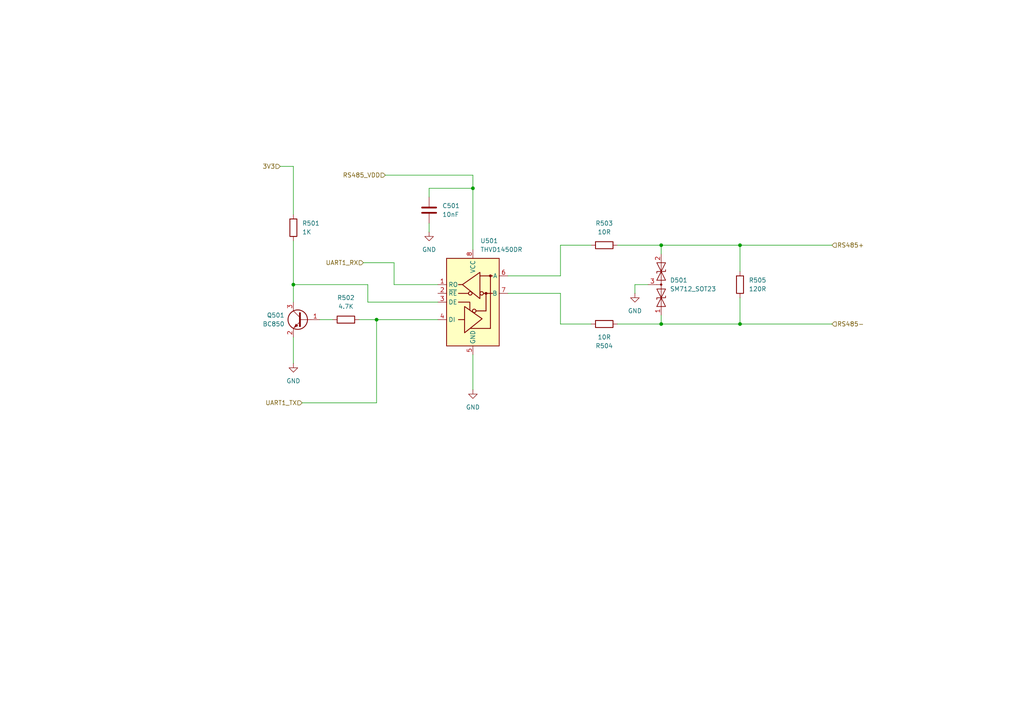
<source format=kicad_sch>
(kicad_sch (version 20250114) (generator "eeschema") (generator_version "9.0")
  (paper "A4")
  (lib_symbols
    (symbol "Device:C" (pin_numbers (hide yes)) (pin_names (offset 0.254))
      (property "Reference" "C" (at 0.635 2.54 0))
      (property "Value" "C" (at 0.635 -2.54 0))
      (symbol "C_0_1"
        (polyline (pts (xy -2.032 0.762) (xy 2.032 0.762)) (stroke (width 0.508)))
        (polyline (pts (xy -2.032 -0.762) (xy 2.032 -0.762)) (stroke (width 0.508)))
      )
      (symbol "C_1_1"
        (pin passive line (at 0 3.81 270) (length 2.794) (name "~") (number "1"))
        (pin passive line (at 0 -3.81 90) (length 2.794) (name "~") (number "2"))
      )
    )
    (symbol "Device:R" (pin_numbers (hide yes)) (pin_names (offset 0))
      (property "Reference" "R" (at 2.032 0 90))
      (property "Value" "R" (at 0 0 90))
      (symbol "R_0_1"
        (rectangle (start -1.016 -2.54) (end 1.016 2.54) (stroke (width 0.254)))
      )
      (symbol "R_1_1"
        (pin passive line (at 0 3.81 270) (length 1.27) (name "~") (number "1"))
        (pin passive line (at 0 -3.81 90) (length 1.27) (name "~") (number "2"))
      )
    )
    (symbol "Diode:SM712_SOT23" (pin_names (offset 1.016) (hide yes))
      (property "Reference" "D" (at 0 4.445 0))
      (property "Value" "SM712_SOT23" (at 0 2.54 0))
      (symbol "SM712_SOT23_0_0"
        (polyline (pts (xy 0 -1.27) (xy 0 0)))
      )
      (symbol "SM712_SOT23_0_1"
        (polyline (pts (xy -6.35 0) (xy 6.35 0)))
        (polyline (pts (xy -6.35 -1.27) (xy -1.27 1.27) (xy -1.27 -1.27) (xy -6.35 1.27) (xy -6.35 -1.27)) (stroke (width 0.2032)))
        (polyline (pts (xy -3.302 1.27) (xy -3.81 1.27) (xy -3.81 -1.27) (xy -4.318 -1.27)) (stroke (width 0.2032)))
        (circle (center 0 0) (radius 0.254) (fill (type outline)))
        (polyline (pts (xy 1.27 -1.27) (xy 1.27 1.27) (xy 6.35 -1.27) (xy 6.35 1.27) (xy 1.27 -1.27)) (stroke (width 0.2032)))
        (polyline (pts (xy 4.318 1.27) (xy 3.81 1.27) (xy 3.81 -1.27) (xy 3.302 -1.27)) (stroke (width 0.2032)))
      )
      (symbol "SM712_SOT23_1_1"
        (pin passive line (at -8.89 0 0) (length 2.54) (name "A1") (number "1"))
        (pin input line (at 0 -3.81 90) (length 2.54) (name "common") (number "3"))
        (pin passive line (at 8.89 0 180) (length 2.54) (name "A2") (number "2"))
      )
    )
    (symbol "Interface_UART:THVD1450DR"
      (property "Reference" "U" (at -6.985 13.97 0))
      (property "Value" "THVD1450DR" (at 1.905 13.97 0))
      (symbol "THVD1450DR_0_1"
        (rectangle (start -7.62 12.7) (end 7.62 -12.7) (stroke (width 0.254)) (fill (type background)))
        (polyline (pts (xy -4.191 2.54) (xy -1.27 2.54)) (stroke (width 0.254)))
        (polyline (pts (xy -4.191 0) (xy -0.889 0) (xy -0.889 -2.286)) (stroke (width 0.254)))
        (polyline (pts (xy -3.175 5.08) (xy -4.191 5.08) (xy -4.064 5.08)) (stroke (width 0.254)))
        (polyline (pts (xy -2.54 -5.08) (xy -4.191 -5.08)) (stroke (width 0.254)))
        (polyline (pts (xy -2.413 -5.08) (xy -2.413 -1.27) (xy 2.667 -4.826) (xy -2.413 -8.89) (xy -2.413 -5.08)) (stroke (width 0.254)))
        (polyline (pts (xy -0.635 -7.62) (xy 5.08 -7.62)) (stroke (width 0.254)))
        (circle (center 0.381 -2.54) (radius 0.508) (stroke (width 0.254)))
        (polyline (pts (xy 0.889 -2.54) (xy 3.81 -2.54)) (stroke (width 0.254)))
        (polyline (pts (xy 2.032 7.62) (xy 5.715 7.62)) (stroke (width 0.254)))
        (polyline (pts (xy 3.048 2.54) (xy 5.715 2.54)) (stroke (width 0.254)))
        (circle (center 3.81 2.54) (radius 0.2794) (stroke (width 0.254)) (fill (type outline)))
        (polyline (pts (xy 3.81 -2.54) (xy 3.81 2.54)) (stroke (width 0.254)))
        (polyline (pts (xy 5.08 -7.62) (xy 5.08 7.62)) (stroke (width 0.254)))
      )
      (symbol "THVD1450DR_1_1"
        (circle (center -0.762 2.54) (radius 0.508) (stroke (width 0.254)))
        (polyline (pts (xy 2.032 4.826) (xy 2.032 8.636) (xy -3.048 5.08) (xy 2.032 1.016) (xy 2.032 4.826)) (stroke (width 0.254)))
        (circle (center 2.54 2.54) (radius 0.508) (stroke (width 0.254)))
        (circle (center 5.08 7.62) (radius 0.2794) (stroke (width 0.254)) (fill (type outline)))
        (pin output line (at -10.16 5.08 0) (length 2.54) (name "RO") (number "1"))
        (pin input line (at -10.16 2.54 0) (length 2.54) (name "~{RE}") (number "2"))
        (pin input line (at -10.16 0 0) (length 2.54) (name "DE") (number "3"))
        (pin input line (at -10.16 -5.08 0) (length 2.54) (name "DI") (number "4"))
        (pin power_in line (at 0 15.24 270) (length 2.54) (name "VCC") (number "8"))
        (pin power_in line (at 0 -15.24 90) (length 2.54) (name "GND") (number "5"))
        (pin bidirectional line (at 10.16 7.62 180) (length 2.54) (name "A") (number "6"))
        (pin bidirectional line (at 10.16 2.54 180) (length 2.54) (name "B") (number "7"))
      )
    )
    (symbol "Transistor_BJT:BC850" (pin_names (offset 0) (hide yes))
      (property "Reference" "Q" (at 5.08 1.905 0))
      (property "Value" "BC850" (at 5.08 0 0))
      (symbol "BC850_0_1"
        (polyline (pts (xy -2.54 0) (xy 0.635 0)))
        (polyline (pts (xy 0.635 1.905) (xy 0.635 -1.905)) (stroke (width 0.508)))
        (circle (center 1.27 0) (radius 2.8194) (stroke (width 0.254)))
      )
      (symbol "BC850_1_1"
        (polyline (pts (xy 0.635 0.635) (xy 2.54 2.54)))
        (polyline (pts (xy 0.635 -0.635) (xy 2.54 -2.54)))
        (polyline (pts (xy 1.27 -1.778) (xy 1.778 -1.27) (xy 2.286 -2.286) (xy 1.27 -1.778)) (fill (type outline)))
        (pin input line (at -5.08 0 0) (length 2.54) (name "B") (number "1"))
        (pin passive line (at 2.54 5.08 270) (length 2.54) (name "C") (number "3"))
        (pin passive line (at 2.54 -5.08 90) (length 2.54) (name "E") (number "2"))
      )
    )
    (symbol "power:GND" (power) (pin_numbers (hide yes)) (pin_names (offset 0) (hide yes))
      (property "Value" "GND" (at 0 -3.81 0))
      (symbol "GND_0_1"
        (polyline (pts (xy 0 0) (xy 0 -1.27) (xy 1.27 -1.27) (xy 0 -2.54) (xy -1.27 -1.27) (xy 0 -1.27)))
      )
      (symbol "GND_1_1"
        (pin power_in line (at 0 0 270) (length 0) (name "~") (number "1"))
      )
    )
  )
  (junction (at 109.22 92.71))
  (junction (at 191.77 71.12))
  (junction (at 214.63 93.98))
  (junction (at 214.63 71.12))
  (junction (at 191.77 93.98))
  (junction (at 85.09 82.55))
  (junction (at 137.16 54.61))
  (wire (pts (xy 85.09 97.79) (xy 85.09 105.41)))
  (wire (pts (xy 214.63 71.12) (xy 191.77 71.12)))
  (wire (pts (xy 106.68 87.63) (xy 106.68 82.55)))
  (wire (pts (xy 124.46 54.61) (xy 137.16 54.61)))
  (wire (pts (xy 109.22 92.71) (xy 104.14 92.71)))
  (wire (pts (xy 214.63 93.98) (xy 214.63 86.36)))
  (wire (pts (xy 85.09 82.55) (xy 85.09 87.63)))
  (wire (pts (xy 85.09 69.85) (xy 85.09 82.55)))
  (wire (pts (xy 162.56 71.12) (xy 162.56 80.01)))
  (wire (pts (xy 214.63 71.12) (xy 241.3 71.12)))
  (wire (pts (xy 179.07 71.12) (xy 191.77 71.12)))
  (wire (pts (xy 114.3 76.2) (xy 114.3 82.55)))
  (wire (pts (xy 114.3 82.55) (xy 127 82.55)))
  (wire (pts (xy 184.15 85.09) (xy 184.15 82.55)))
  (wire (pts (xy 214.63 93.98) (xy 241.3 93.98)))
  (wire (pts (xy 137.16 50.8) (xy 137.16 54.61)))
  (wire (pts (xy 191.77 71.12) (xy 191.77 73.66)))
  (wire (pts (xy 191.77 91.44) (xy 191.77 93.98)))
  (wire (pts (xy 147.32 85.09) (xy 162.56 85.09)))
  (wire (pts (xy 109.22 116.84) (xy 109.22 92.71)))
  (wire (pts (xy 171.45 93.98) (xy 162.56 93.98)))
  (wire (pts (xy 214.63 78.74) (xy 214.63 71.12)))
  (wire (pts (xy 92.71 92.71) (xy 96.52 92.71)))
  (wire (pts (xy 109.22 92.71) (xy 127 92.71)))
  (wire (pts (xy 106.68 82.55) (xy 85.09 82.55)))
  (wire (pts (xy 124.46 64.77) (xy 124.46 67.31)))
  (wire (pts (xy 191.77 93.98) (xy 214.63 93.98)))
  (wire (pts (xy 162.56 85.09) (xy 162.56 93.98)))
  (wire (pts (xy 85.09 48.26) (xy 85.09 62.23)))
  (wire (pts (xy 162.56 80.01) (xy 147.32 80.01)))
  (wire (pts (xy 137.16 54.61) (xy 137.16 72.39)))
  (wire (pts (xy 124.46 57.15) (xy 124.46 54.61)))
  (wire (pts (xy 137.16 102.87) (xy 137.16 113.03)))
  (wire (pts (xy 184.15 82.55) (xy 187.96 82.55)))
  (wire (pts (xy 105.41 76.2) (xy 114.3 76.2)))
  (wire (pts (xy 87.63 116.84) (xy 109.22 116.84)))
  (wire (pts (xy 111.76 50.8) (xy 137.16 50.8)))
  (wire (pts (xy 171.45 71.12) (xy 162.56 71.12)))
  (wire (pts (xy 179.07 93.98) (xy 191.77 93.98)))
  (wire (pts (xy 81.28 48.26) (xy 85.09 48.26)))
  (wire (pts (xy 127 87.63) (xy 106.68 87.63)))
  (hierarchical_label "RS485_VDD" (shape input) (at 111.76 50.8 180))
  (hierarchical_label "RS485-" (shape input) (at 241.3 93.98 0))
  (hierarchical_label "3V3" (shape input) (at 81.28 48.26 180))
  (hierarchical_label "RS485+" (shape input) (at 241.3 71.12 0))
  (hierarchical_label "UART1_TX" (shape input) (at 87.63 116.84 180))
  (hierarchical_label "UART1_RX" (shape input) (at 105.41 76.2 180))
  (symbol (lib_id "Device:R") (at 100.33 92.71 270) (unit 1)
    (property "Reference" "R502" (at 100.33 86.36 90))
    (property "Value" "4.7K" (at 100.33 88.9 90))
    (property "Description" "Resistor" (effects (hide yes)))
  )
  (symbol (lib_id "Diode:SM712_SOT23") (at 191.77 82.55 270) (mirror x) (unit 1)
    (property "Reference" "D501" (at 194.31 81.2799 90) (effects (justify left)))
    (property "Value" "SM712_SOT23" (at 194.31 83.8199 90) (effects (justify left)))
    (property "Footprint" "Package_TO_SOT_SMD:SOT-23" (effects (hide yes)))
    (property "Datasheet" "https://www.littelfuse.com/~/media/electronics/datasheets/tvs_diode_arrays/littelfuse_tvs_diode_array_sm712_datasheet.pdf.pdf" (effects (hide yes)))
    (property "Description" "7V/12V, 600W Asymmetrical TVS Diode Array, SOT-23" (effects (hide yes)))
  )
  (symbol (lib_id "Device:R") (at 85.09 66.04 0) (unit 1)
    (property "Reference" "R501" (at 87.63 64.7699 0) (effects (justify left)))
    (property "Value" "1K" (at 87.63 67.3099 0) (effects (justify left)))
    (property "Description" "Resistor" (effects (hide yes)))
  )
  (symbol (lib_id "Device:R") (at 175.26 93.98 90) (mirror x) (unit 1)
    (property "Reference" "R504" (at 175.26 100.33 90))
    (property "Value" "10R" (at 175.26 97.79 90))
    (property "Description" "Resistor" (effects (hide yes)))
  )
  (symbol (lib_id "Interface_UART:THVD1450DR") (at 137.16 87.63 0) (unit 1)
    (property "Reference" "U501" (at 139.3033 69.85 0) (effects (justify left)))
    (property "Value" "THVD1450DR" (at 139.3033 72.39 0) (effects (justify left)))
    (property "Footprint" "Package_SON:VSON-8-1EP_3x3mm_P0.65mm_EP1.6x2.4mm" (effects (hide yes)))
    (property "Datasheet" "https://www.ti.com/lit/ds/symlink/thvd1450.pdf" (effects (hide yes)))
    (property "Description" "3.3-V to 5-V RS-485 transceiver with ±18-kV IEC ESD protection, VSON-8" (effects (hide yes)))
    (property "Manufacturer" "Texas Instruments" (effects (hide yes)))
  )
  (symbol (lib_id "power:GND") (at 85.09 105.41 0) (unit 1)
    (property "Reference" "#PWR0501" (effects (hide yes)))
    (property "Value" "GND" (at 85.09 110.49 0))
    (property "Description" "Power symbol creates a global label with name \"GND\" , ground" (effects (hide yes)))
  )
  (symbol (lib_id "Transistor_BJT:BC850") (at 87.63 92.71 0) (mirror y) (unit 1)
    (property "Reference" "Q501" (at 82.55 91.4399 0) (effects (justify left)))
    (property "Value" "BC850" (at 82.55 93.9799 0) (effects (justify left)))
    (property "Footprint" "Package_TO_SOT_SMD:SOT-23" (effects (hide yes)))
    (property "Datasheet" "http://www.infineon.com/dgdl/Infineon-BC847SERIES_BC848SERIES_BC849SERIES_BC850SERIES-DS-v01_01-en.pdf?fileId=db3a304314dca389011541d4630a1657" (effects (hide yes)))
    (property "Description" "0.1A Ic, 45V Vce, NPN Transistor, SOT-23" (effects (hide yes)))
  )
  (symbol (lib_id "power:GND") (at 124.46 67.31 0) (unit 1)
    (property "Reference" "#PWR0502" (effects (hide yes)))
    (property "Value" "GND" (at 124.46 72.39 0))
    (property "Description" "Power symbol creates a global label with name \"GND\" , ground" (effects (hide yes)))
  )
  (symbol (lib_id "Device:R") (at 214.63 82.55 180) (unit 1)
    (property "Reference" "R505" (at 217.17 81.2799 0) (effects (justify right)))
    (property "Value" "120R" (at 217.17 83.8199 0) (effects (justify right)))
    (property "Description" "Resistor" (effects (hide yes)))
  )
  (symbol (lib_id "power:GND") (at 137.16 113.03 0) (unit 1)
    (property "Reference" "#PWR0503" (effects (hide yes)))
    (property "Value" "GND" (at 137.16 118.11 0))
    (property "Description" "Power symbol creates a global label with name \"GND\" , ground" (effects (hide yes)))
  )
  (symbol (lib_id "power:GND") (at 184.15 85.09 0) (unit 1)
    (property "Reference" "#PWR0504" (effects (hide yes)))
    (property "Value" "GND" (at 184.15 90.17 0))
    (property "Description" "Power symbol creates a global label with name \"GND\" , ground" (effects (hide yes)))
  )
  (symbol (lib_id "Device:R") (at 175.26 71.12 270) (unit 1)
    (property "Reference" "R503" (at 175.26 64.77 90))
    (property "Value" "10R" (at 175.26 67.31 90))
    (property "Description" "Resistor" (effects (hide yes)))
  )
  (symbol (lib_id "Device:C") (at 124.46 60.96 0) (unit 1)
    (property "Reference" "C501" (at 128.27 59.6899 0) (effects (justify left)))
    (property "Value" "10nF" (at 128.27 62.2299 0) (effects (justify left)))
    (property "Description" "Unpolarized capacitor" (effects (hide yes)))
  )
)
</source>
